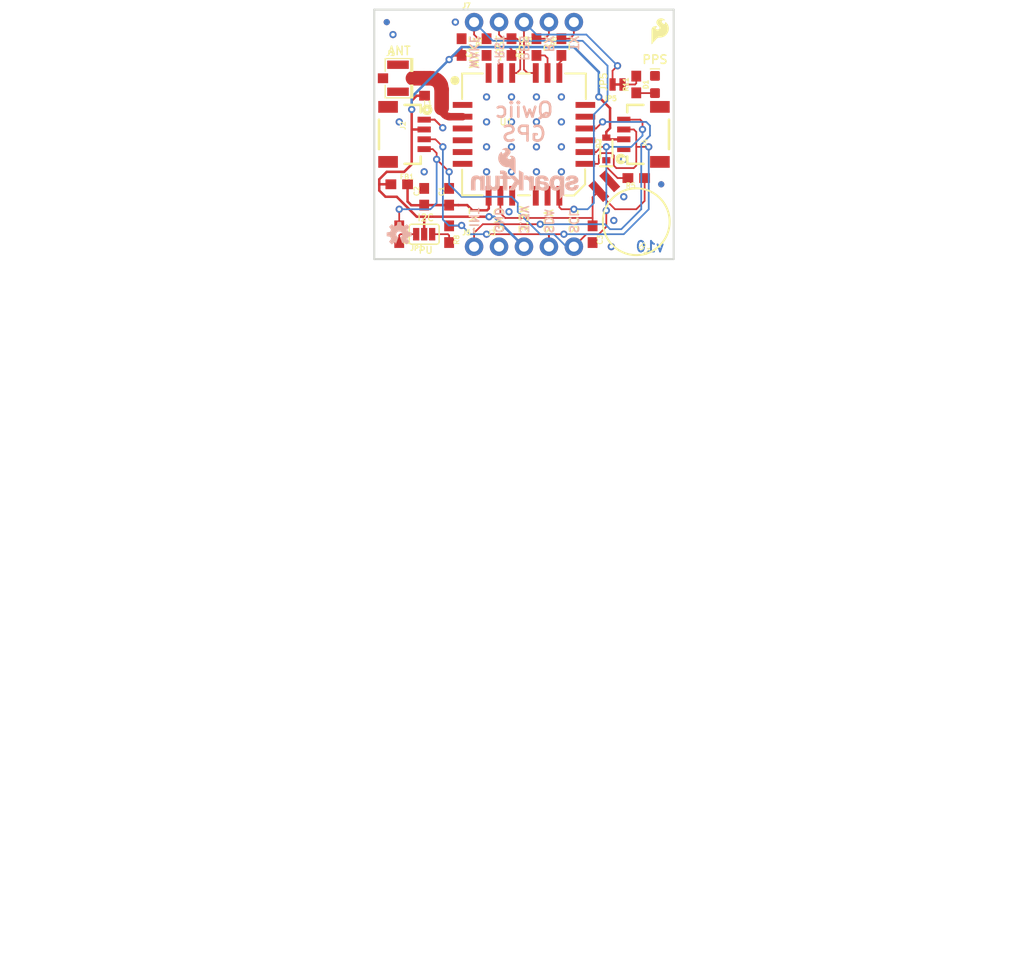
<source format=kicad_pcb>
(kicad_pcb (version 20211014) (generator pcbnew)
  (layers (0 "F.Cu" signal) (31 "B.Cu" signal) (34 "B.Paste" user) (35 "F.Paste" user) (36 "B.SilkS" user "B.Silkscreen") (37 "F.SilkS" user "F.Silkscreen") (38 "B.Mask" user) (39 "F.Mask" user) (44 "Edge.Cuts" user))
  (net 0 "")
  (net 1 "3.3V")
  (net 2 "GND")
  (net 3 "SCL")
  (net 4 "SDA")
  (net 5 "WAKE")
  (net 6 "~{RESET}")
  (net 7 "RXLV")
  (net 8 "TXLV")
  (net 9 "RX")
  (net 10 "TX")
  (net 11 "VCC_FILTERED")
  (net 12 "BACKUP")
  (net 13 "INT")
  (net 14 "PPS")
  (net 15 "N$5")
  (net 16 "N$8")
  (net 17 "N$2")
  (net 18 "EXT_ANT")
  (net 19 "N$4")
  (net 20 "N$6")
  (footprint "boardEagle:SMT-JUMPER_3_2-NC_PASTE_SILK" (layer "F.Cu") (at 138.3411 115.1636 180)
    (fp_text reference "JP1" (at 0 -1.143 180) (layer "F.SilkS") (effects (font (size 0.48768 0.48768) (thickness 0.12192)) (justify right top)))
    (fp_text value "")
    (pad "1" smd rect (at -0.8128 0 180) (size 0.635 1.27) (layers "F.Cu" "F.Mask") (net 15 "N$5"))
    (pad "2" smd rect (at 0 0 180) (size 0.635 1.27) (layers "F.Cu" "F.Mask") (net 1 "3.3V"))
    (pad "3" smd rect (at 0.8128 0 180) (size 0.635 1.27) (layers "F.Cu" "F.Mask") (net 16 "N$8"))
  )
  (footprint "boardEagle:0603" (layer "F.Cu") (at 159.9311 99.9236 90)
    (fp_text reference "R11" (at 0 -0.762 90) (layer "F.SilkS") (effects (font (size 0.48768 0.48768) (thickness 0.12192)) (justify bottom)))
    (fp_text value "470")
    (pad "1" smd rect (at -0.85 0 90) (size 1.1 1) (layers "F.Cu" "F.Paste" "F.Mask") (net 17 "N$2"))
    (pad "2" smd rect (at 0.85 0 90) (size 1.1 1) (layers "F.Cu" "F.Paste" "F.Mask") (net 19 "N$4"))
  )
  (footprint "boardEagle:MICRO-FIDUCIAL" (layer "F.Cu") (at 134.5311 93.5736)
    (fp_text reference "JP6" hide)
    (fp_text value "FIDUCIALUFIDUCIAL" hide)
    (pad "1" smd roundrect (at 0 0) (size 0.635 0.635) (layers "F.Cu" "F.Mask") (roundrect_rratio 0.5))
  )
  (footprint "boardEagle:0603" (layer "F.Cu") (at 139.2301 101.0666 180)
    (fp_text reference "L1" (at 0 -0.762) (layer "F.SilkS") (effects (font (size 0.512064 0.512064) (thickness 0.097536)) (justify right)))
    (fp_text value "33nH/±5%/500mA")
    (pad "1" smd rect (at -0.85 0 180) (size 1.1 1) (layers "F.Cu" "F.Paste" "F.Mask") (net 18 "EXT_ANT"))
    (pad "2" smd rect (at 0.85 0 180) (size 1.1 1) (layers "F.Cu" "F.Paste" "F.Mask") (net 1 "3.3V"))
  )
  (footprint "boardEagle:PRODUCTION_INSTRUCTIONS" (layer "F.Cu") (at 97.7011 139.2936)
    (fp_text reference "U$3" hide)
    (fp_text value "SPECIAL_INSTRUCTIONS-PRODUCTION" hide)
  )
  (footprint "boardEagle:SFE_LOGO_FLAME_.1" (layer "F.Cu") (at 161.2011 96.1136)
    (fp_text reference "U$2" hide)
    (fp_text value "" hide)
  )
  (footprint "boardEagle:U.FL" (layer "F.Cu") (at 135.6741 99.2886)
    (fp_text reference "J1" (at -1.27 -2.54) (layer "F.SilkS") (effects (font (size 0.512064 0.512064) (thickness 0.097536)) (justify left)))
    (fp_text value "U.FL")
    (pad "1" smd rect (at 0 -1.375) (size 2.2 0.85) (layers "F.Cu" "F.Paste" "F.Mask") (net 2 "GND"))
    (pad "2" smd rect (at 0 1.375) (size 2.2 0.85) (layers "F.Cu" "F.Paste" "F.Mask") (net 2 "GND"))
    (pad "FEED" smd rect (at 1.525 0) (size 1.05 1) (layers "F.Cu" "F.Paste" "F.Mask") (net 18 "EXT_ANT"))
    (pad "NC" smd rect (at -1.525 0) (size 1.05 1) (layers "F.Cu" "F.Paste" "F.Mask"))
  )
  (footprint "boardEagle:1X04_1MM_RA" (layer "F.Cu") (at 158.6611 105.0036 90)
    (fp_text reference "J4" (at -1.397 2.159 90) (layer "F.SilkS") (effects (font (size 0.512064 0.512064) (thickness 0.097536)) (justify left)))
    (fp_text value "Qwiic Right Angle" hide)
    (pad "1" smd rect (at -1.5 0 90) (size 0.6 1.35) (layers "F.Cu" "F.Paste" "F.Mask") (net 2 "GND"))
    (pad "2" smd rect (at -0.5 0 90) (size 0.6 1.35) (layers "F.Cu" "F.Paste" "F.Mask") (net 1 "3.3V"))
    (pad "3" smd rect (at 0.5 0 90) (size 0.6 1.35) (layers "F.Cu" "F.Paste" "F.Mask") (net 4 "SDA"))
    (pad "4" smd rect (at 1.5 0 90) (size 0.6 1.35) (layers "F.Cu" "F.Paste" "F.Mask") (net 3 "SCL"))
    (pad "NC1" smd rect (at 2.8 3.675 90) (size 1.2 2) (layers "F.Cu" "F.Paste" "F.Mask"))
    (pad "NC2" smd rect (at -2.8 3.675 90) (size 1.2 2) (layers "F.Cu" "F.Paste" "F.Mask"))
  )
  (footprint "boardEagle:0603" (layer "F.Cu") (at 152.3111 96.1136 90)
    (fp_text reference "R6" (at 0 -0.762 90) (layer "F.SilkS") (effects (font (size 0.512064 0.512064) (thickness 0.097536)) (justify left)))
    (fp_text value "470")
    (pad "1" smd rect (at -0.85 0 90) (size 1.1 1) (layers "F.Cu" "F.Paste" "F.Mask") (net 8 "TXLV"))
    (pad "2" smd rect (at 0.85 0 90) (size 1.1 1) (layers "F.Cu" "F.Paste" "F.Mask") (net 10 "TX"))
  )
  (footprint "boardEagle:LED-0603" (layer "F.Cu") (at 161.8361 99.9236 90)
    (fp_text reference "D1" (at 0 -0.635 90) (layer "F.SilkS") (effects (font (size 0.48768 0.48768) (thickness 0.12192)) (justify bottom)))
    (fp_text value "BLUE")
    (pad "A" smd roundrect (at -0.877 0) (size 1 1) (layers "F.Cu" "F.Paste" "F.Mask") (roundrect_rratio 0.15) (net 17 "N$2"))
    (pad "C" smd roundrect (at 0.877 0) (size 1 1) (layers "F.Cu" "F.Paste" "F.Mask") (roundrect_rratio 0.15) (net 2 "GND"))
  )
  (footprint "boardEagle:0603" (layer "F.Cu") (at 144.6911 96.1136 90)
    (fp_text reference "R1" (at 0 -0.762 90) (layer "F.SilkS") (effects (font (size 0.512064 0.512064) (thickness 0.097536)) (justify left)))
    (fp_text value "10k")
    (pad "1" smd rect (at -0.85 0 90) (size 1.1 1) (layers "F.Cu" "F.Paste" "F.Mask") (net 2 "GND"))
    (pad "2" smd rect (at 0.85 0 90) (size 1.1 1) (layers "F.Cu" "F.Paste" "F.Mask") (net 5 "WAKE"))
  )
  (footprint "boardEagle:0603" (layer "F.Cu") (at 155.4861 115.1636 -90)
    (fp_text reference "C3" (at 0 -0.762 90) (layer "F.SilkS") (effects (font (size 0.512064 0.512064) (thickness 0.097536)) (justify right)))
    (fp_text value "1.0uF")
    (pad "1" smd rect (at -0.85 0 270) (size 1.1 1) (layers "F.Cu" "F.Paste" "F.Mask") (net 12 "BACKUP"))
    (pad "2" smd rect (at 0.85 0 270) (size 1.1 1) (layers "F.Cu" "F.Paste" "F.Mask") (net 2 "GND"))
  )
  (footprint "boardEagle:0603" (layer "F.Cu") (at 138.3411 111.3536 90)
    (fp_text reference "C2" (at 0 -0.762 90) (layer "F.SilkS") (effects (font (size 0.512064 0.512064) (thickness 0.097536)) (justify left)))
    (fp_text value "1.0uF")
    (pad "1" smd rect (at -0.85 0 90) (size 1.1 1) (layers "F.Cu" "F.Paste" "F.Mask") (net 11 "VCC_FILTERED"))
    (pad "2" smd rect (at 0.85 0 90) (size 1.1 1) (layers "F.Cu" "F.Paste" "F.Mask") (net 2 "GND"))
  )
  (footprint "boardEagle:REVISION" (layer "F.Cu") (at 126.9111 138.0236)
    (fp_text reference "LOGO3" hide)
    (fp_text value "REVISION" hide)
  )
  (footprint "boardEagle:0603" (layer "F.Cu") (at 140.8811 115.1636 -90)
    (fp_text reference "R8" (at 0 -0.762 90) (layer "F.SilkS") (effects (font (size 0.512064 0.512064) (thickness 0.097536)) (justify right)))
    (fp_text value "4.7k")
    (pad "1" smd rect (at -0.85 0 270) (size 1.1 1) (layers "F.Cu" "F.Paste" "F.Mask") (net 4 "SDA"))
    (pad "2" smd rect (at 0.85 0 270) (size 1.1 1) (layers "F.Cu" "F.Paste" "F.Mask") (net 15 "N$5"))
  )
  (footprint "boardEagle:0603" (layer "F.Cu") (at 147.2311 96.1136 -90)
    (fp_text reference "R2" (at 0 -0.762 90) (layer "F.SilkS") (effects (font (size 0.512064 0.512064) (thickness 0.097536)) (justify right)))
    (fp_text value "10k")
    (pad "1" smd rect (at -0.85 0 270) (size 1.1 1) (layers "F.Cu" "F.Paste" "F.Mask") (net 6 "~{RESET}"))
    (pad "2" smd rect (at 0.85 0 270) (size 1.1 1) (layers "F.Cu" "F.Paste" "F.Mask") (net 1 "3.3V"))
  )
  (footprint "boardEagle:CREATIVE_COMMONS" (layer "F.Cu") (at 115.4811 135.4836)
    (fp_text reference "FRAME1" hide)
    (fp_text value "FRAME-LETTER" hide)
  )
  (footprint "boardEagle:BATTCON-6.8MM" (layer "F.Cu") (at 159.9311 113.8936 132)
    (fp_text reference "B1" (at -1.905001 -1.270006 -42) (layer "F.SilkS") (effects (font (size 0.688848 0.688848) (thickness 0.073152)) (justify left)))
    (fp_text value "6.8MM_COIN_CELL")
    (pad "+" smd rect (at 4.87 -0.75 312) (size 2.25 0.85) (layers "F.Cu" "F.Paste" "F.Mask") (net 12 "BACKUP"))
    (pad "-" smd rect (at 4.87 0.75 312) (size 2.25 0.85) (layers "F.Cu" "F.Paste" "F.Mask") (net 2 "GND"))
  )
  (footprint "boardEagle:TITAN_X1_GPS" (layer "F.Cu") (at 148.5011 105.0036)
    (fp_text reference "U1" (at -2.54 -1.27) (layer "F.SilkS") (effects (font (size 0.664845 0.664845) (thickness 0.097155)) (justify left)))
    (fp_text value "Titan X1 GPS")
    (pad "1" smd rect (at -6.25 -3) (size 2 0.6) (layers "F.Cu" "F.Paste" "F.Mask") (net 2 "GND"))
    (pad "2" smd rect (at -6.25 -1.8) (size 2 0.6) (layers "F.Cu" "F.Paste" "F.Mask") (net 18 "EXT_ANT"))
    (pad "3" smd rect (at -6.25 -0.6) (size 2 0.6) (layers "F.Cu" "F.Paste" "F.Mask") (net 2 "GND"))
    (pad "4" smd rect (at -6.25 0.6) (size 2 0.6) (layers "F.Cu" "F.Paste" "F.Mask") (net 2 "GND"))
    (pad "5" smd rect (at -6.25 1.8) (size 2 0.6) (layers "F.Cu" "F.Paste" "F.Mask") (net 2 "GND"))
    (pad "6" smd rect (at -6.25 3) (size 2 0.6) (layers "F.Cu" "F.Paste" "F.Mask") (net 2 "GND"))
    (pad "7" smd rect (at -3.6 6.25 90) (size 2 0.6) (layers "F.Cu" "F.Paste" "F.Mask") (net 11 "VCC_FILTERED"))
    (pad "8" smd rect (at -2.4 6.25 90) (size 2 0.6) (layers "F.Cu" "F.Paste" "F.Mask") (net 12 "BACKUP"))
    (pad "9" smd rect (at -1.2 6.25 90) (size 2 0.6) (layers "F.Cu" "F.Paste" "F.Mask") (net 2 "GND"))
    (pad "10" smd rect (at 1.2 6.25 90) (size 2 0.6) (layers "F.Cu" "F.Paste" "F.Mask") (net 2 "GND"))
    (pad "11" smd rect (at 2.4 6.25 90) (size 2 0.6) (layers "F.Cu" "F.Paste" "F.Mask") (net 2 "GND"))
    (pad "12" smd rect (at 3.6 6.25 90) (size 2 0.6) (layers "F.Cu" "F.Paste" "F.Mask") (net 5 "WAKE"))
    (pad "13" smd rect (at 6.25 3) (size 2 0.6) (layers "F.Cu" "F.Paste" "F.Mask") (net 4 "SDA"))
    (pad "14" smd rect (at 6.25 1.8) (size 2 0.6) (layers "F.Cu" "F.Paste" "F.Mask") (net 3 "SCL"))
    (pad "15" smd rect (at 6.25 0.6) (size 2 0.6) (layers "F.Cu" "F.Paste" "F.Mask"))
    (pad "16" smd rect (at 6.25 -0.6) (size 2 0.6) (layers "F.Cu" "F.Paste" "F.Mask") (net 13 "INT"))
    (pad "17" smd rect (at 6.25 -1.8) (size 2 0.6) (layers "F.Cu" "F.Paste" "F.Mask"))
    (pad "18" smd rect (at 6.25 -3) (size 2 0.6) (layers "F.Cu" "F.Paste" "F.Mask"))
    (pad "19" smd rect (at 3.6 -6.25 270) (size 2 0.6) (layers "F.Cu" "F.Paste" "F.Mask") (net 8 "TXLV"))
    (pad "20" smd rect (at 2.4 -6.25 270) (size 2 0.6) (layers "F.Cu" "F.Paste" "F.Mask") (net 7 "RXLV"))
    (pad "21" smd rect (at 1.2 -6.25 270) (size 2 0.6) (layers "F.Cu" "F.Paste" "F.Mask") (net 14 "PPS"))
    (pad "22" smd rect (at -1.2 -6.25 270) (size 2 0.6) (layers "F.Cu" "F.Paste" "F.Mask") (net 6 "~{RESET}"))
    (pad "23" smd rect (at -2.4 -6.25 270) (size 2 0.6) (layers "F.Cu" "F.Paste" "F.Mask"))
    (pad "24" smd rect (at -3.6 -6.25 270) (size 2 0.6) (layers "F.Cu" "F.Paste" "F.Mask") (net 2 "GND"))
  )
  (footprint "boardEagle:SMT-JUMPER_2_NC_TRACE_NO-SILK" (layer "F.Cu") (at 158.0261 99.9236 180)
    (fp_text reference "JP5" (at 0 -1.143 180) (layer "F.SilkS") (effects (font (size 0.48768 0.48768) (thickness 0.12192)) (justify right top)))
    (fp_text value "")
    (fp_line (start -0.508 0) (end 0.508 0) (layer "F.Cu") (width 0.254))
    (pad "1" smd rect (at -0.508 0 180) (size 0.635 1.27) (layers "F.Cu" "F.Mask") (net 19 "N$4"))
    (pad "2" smd rect (at 0.508 0 180) (size 0.635 1.27) (layers "F.Cu" "F.Mask") (net 14 "PPS"))
  )
  (footprint "boardEagle:0603" (layer "F.Cu") (at 149.7711 96.1136 90)
    (fp_text reference "R3" (at 0 -0.762 90) (layer "F.SilkS") (effects (font (size 0.512064 0.512064) (thickness 0.097536)) (justify left)))
    (fp_text value "470")
    (pad "1" smd rect (at -0.85 0 90) (size 1.1 1) (layers "F.Cu" "F.Paste" "F.Mask") (net 7 "RXLV"))
    (pad "2" smd rect (at 0.85 0 90) (size 1.1 1) (layers "F.Cu" "F.Paste" "F.Mask") (net 9 "RX"))
  )
  (footprint "boardEagle:1X01_NO_SILK" (layer "F.Cu") (at 143.4211 116.4336)
    (fp_text reference "J5" (at -1.27 -1.143) (layer "F.SilkS") (effects (font (size 0.48768 0.48768) (thickness 0.12192)) (justify left bottom)))
    (fp_text value "")
    (pad "1" thru_hole circle (at 0 0 90) (size 1.8796 1.8796) (drill 1.016) (layers *.Cu *.Mask) (net 13 "INT"))
  )
  (footprint "boardEagle:STAND-OFF" (layer "F.Cu") (at 158.6611 94.8436)
    (fp_text reference "JP4" hide)
    (fp_text value "STAND-OFF" hide)
    (pad "" np_thru_hole circle (at 0 0) (size 3.302 3.302) (drill 3.302) (layers *.Cu *.Mask))
  )
  (footprint "boardEagle:0603" (layer "F.Cu") (at 159.9311 109.4486 180)
    (fp_text reference "R5" (at 0 -0.762) (layer "F.SilkS") (effects (font (size 0.512064 0.512064) (thickness 0.097536)) (justify right)))
    (fp_text value "1k")
    (pad "1" smd rect (at -0.85 0 180) (size 1.1 1) (layers "F.Cu" "F.Paste" "F.Mask") (net 12 "BACKUP"))
    (pad "2" smd rect (at 0.85 0 180) (size 1.1 1) (layers "F.Cu" "F.Paste" "F.Mask") (net 20 "N$6"))
  )
  (footprint "boardEagle:1X04_NO_SILK" (layer "F.Cu") (at 145.9611 116.4336)
    (fp_text reference "J3" (at -1.27 -1.397) (layer "F.SilkS") (effects (font (size 0.512064 0.512064) (thickness 0.097536)) (justify left)))
    (fp_text value "PTH" hide)
    (pad "1" thru_hole circle (at 0 0 90) (size 1.8796 1.8796) (drill 1.016) (layers *.Cu *.Mask) (net 2 "GND"))
    (pad "2" thru_hole circle (at 2.54 0 90) (size 1.8796 1.8796) (drill 1.016) (layers *.Cu *.Mask) (net 1 "3.3V"))
    (pad "3" thru_hole circle (at 5.08 0 90) (size 1.8796 1.8796) (drill 1.016) (layers *.Cu *.Mask) (net 4 "SDA"))
    (pad "4" thru_hole circle (at 7.62 0 90) (size 1.8796 1.8796) (drill 1.016) (layers *.Cu *.Mask) (net 3 "SCL"))
  )
  (footprint "boardEagle:0603" (layer "F.Cu") (at 140.8811 111.3536 90)
    (fp_text reference "C1" (at 0 -0.762 90) (layer "F.SilkS") (effects (font (size 0.512064 0.512064) (thickness 0.097536)) (justify left)))
    (fp_text value "0.1uF")
    (pad "1" smd rect (at -0.85 0 90) (size 1.1 1) (layers "F.Cu" "F.Paste" "F.Mask") (net 11 "VCC_FILTERED"))
    (pad "2" smd rect (at 0.85 0 90) (size 1.1 1) (layers "F.Cu" "F.Paste" "F.Mask") (net 2 "GND"))
  )
  (footprint "boardEagle:0603" (layer "F.Cu") (at 135.8011 110.0836)
    (fp_text reference "FB1" (at 0 -0.762) (layer "F.SilkS") (effects (font (size 0.512064 0.512064) (thickness 0.097536)) (justify left)))
    (fp_text value "600Ohm/100MHz")
    (pad "1" smd rect (at -0.85 0) (size 1.1 1) (layers "F.Cu" "F.Paste" "F.Mask") (net 1 "3.3V"))
    (pad "2" smd rect (at 0.85 0) (size 1.1 1) (layers "F.Cu" "F.Paste" "F.Mask") (net 11 "VCC_FILTERED"))
  )
  (footprint "boardEagle:1X05_NO_SILK" (layer "F.Cu") (at 143.4211 93.5736)
    (fp_text reference "J7" (at -1.27 -1.397) (layer "F.SilkS") (effects (font (size 0.48768 0.48768) (thickness 0.12192)) (justify left bottom)))
    (fp_text value "")
    (pad "1" thru_hole circle (at 0 0 90) (size 1.8796 1.8796) (drill 1.016) (layers *.Cu *.Mask) (net 5 "WAKE"))
    (pad "2" thru_hole circle (at 2.54 0 90) (size 1.8796 1.8796) (drill 1.016) (layers *.Cu *.Mask) (net 6 "~{RESET}"))
    (pad "3" thru_hole circle (at 5.08 0 90) (size 1.8796 1.8796) (drill 1.016) (layers *.Cu *.Mask) (net 14 "PPS"))
    (pad "4" thru_hole circle (at 7.62 0 90) (size 1.8796 1.8796) (drill 1.016) (layers *.Cu *.Mask) (net 9 "RX"))
    (pad "5" thru_hole circle (at 10.16 0 90) (size 1.8796 1.8796) (drill 1.016) (layers *.Cu *.Mask) (net 10 "TX"))
  )
  (footprint "boardEagle:1X04_1MM_RA" (layer "F.Cu") (at 138.3411 105.0036 -90)
    (fp_text reference "J2" (at -1.397 2.159 90) (layer "F.SilkS") (effects (font (size 0.512064 0.512064) (thickness 0.097536)) (justify right)))
    (fp_text value "Qwiic Right Angle" hide)
    (pad "1" smd rect (at -1.5 0 270) (size 0.6 1.35) (layers "F.Cu" "F.Paste" "F.Mask") (net 2 "GND"))
    (pad "2" smd rect (at -0.5 0 270) (size 0.6 1.35) (layers "F.Cu" "F.Paste" "F.Mask") (net 1 "3.3V"))
    (pad "3" smd rect (at 0.5 0 270) (size 0.6 1.35) (layers "F.Cu" "F.Paste" "F.Mask") (net 4 "SDA"))
    (pad "4" smd rect (at 1.5 0 270) (size 0.6 1.35) (layers "F.Cu" "F.Paste" "F.Mask") (net 3 "SCL"))
    (pad "NC1" smd rect (at 2.8 3.675 270) (size 1.2 2) (layers "F.Cu" "F.Paste" "F.Mask"))
    (pad "NC2" smd rect (at -2.8 3.675 270) (size 1.2 2) (layers "F.Cu" "F.Paste" "F.Mask"))
  )
  (footprint "boardEagle:STAND-OFF" (layer "F.Cu") (at 138.3411 94.8436)
    (fp_text reference "JP3" hide)
    (fp_text value "STAND-OFF" hide)
    (pad "" np_thru_hole circle (at 0 0) (size 3.302 3.302) (drill 3.302) (layers *.Cu *.Mask))
  )
  (footprint "boardEagle:0603" (layer "F.Cu") (at 142.1511 96.1136 -90)
    (fp_text reference "C4" (at 0 -0.762 90) (layer "F.SilkS") (effects (font (size 0.512064 0.512064) (thickness 0.097536)) (justify right)))
    (fp_text value "1.0uF")
    (pad "1" smd rect (at -0.85 0 270) (size 1.1 1) (layers "F.Cu" "F.Paste" "F.Mask") (net 2 "GND"))
    (pad "2" smd rect (at 0.85 0 270) (size 1.1 1) (layers "F.Cu" "F.Paste" "F.Mask") (net 1 "3.3V"))
  )
  (footprint "boardEagle:0603" (layer "F.Cu") (at 135.8011 115.1636 -90)
    (fp_text reference "R7" (at 0 -0.762 90) (layer "F.SilkS") (effects (font (size 0.512064 0.512064) (thickness 0.097536)) (justify right)))
    (fp_text value "4.7k")
    (pad "1" smd rect (at -0.85 0 270) (size 1.1 1) (layers "F.Cu" "F.Paste" "F.Mask") (net 3 "SCL"))
    (pad "2" smd rect (at 0.85 0 270) (size 1.1 1) (layers "F.Cu" "F.Paste" "F.Mask") (net 16 "N$8"))
  )
  (footprint "boardEagle:MICRO-FIDUCIAL" (layer "F.Cu") (at 162.4711 110.0836)
    (fp_text reference "JP2" hide)
    (fp_text value "FIDUCIALUFIDUCIAL" hide)
    (pad "1" smd roundrect (at 0 0) (size 0.635 0.635) (layers "F.Cu" "F.Mask") (roundrect_rratio 0.5))
  )
  (footprint "boardEagle:SOD-323" (layer "F.Cu") (at 156.8831 106.48315 90)
    (fp_text reference "D2" (at 0 -0.762 90) (layer "F.SilkS") (effects (font (size 0.512064 0.512064) (thickness 0.097536)) (justify left)))
    (fp_text value "0.5A/40V/420mV")
    (pad "A" smd rect (at 1.15 0 90) (size 0.63 0.83) (layers "F.Cu" "F.Paste" "F.Mask") (net 1 "3.3V"))
    (pad "C" smd rect (at -1.15 0 90) (size 0.63 0.83) (layers "F.Cu" "F.Paste" "F.Mask") (net 20 "N$6"))
  )
  (footprint "boardEagle:SFE_LOGO_NAME_FLAME_.1" (layer "B.Cu") (at 154.4701 111.6076 180)
    (fp_text reference "LOGO2" hide)
    (fp_text value "SFE_LOGO_NAME_FLAME.1_INCH" hide)
  )
  (footprint "boardEagle:MICRO-FIDUCIAL" (layer "B.Cu") (at 162.4711 110.0836 180)
    (fp_text reference "JP7" hide)
    (fp_text value "FIDUCIALUFIDUCIAL" hide)
    (pad "1" smd roundrect (at 0 0 180) (size 0.635 0.635) (layers "B.Cu" "B.Mask") (roundrect_rratio 0.5))
  )
  (footprint "boardEagle:MICRO-FIDUCIAL" (layer "B.Cu") (at 134.5311 93.5736 180)
    (fp_text reference "JP8" hide)
    (fp_text value "FIDUCIALUFIDUCIAL" hide)
    (pad "1" smd roundrect (at 0 0 180) (size 0.635 0.635) (layers "B.Cu" "B.Mask") (roundrect_rratio 0.5))
  )
  (footprint "boardEagle:OSHW-LOGO-MINI" (layer "B.Cu") (at 135.8011 115.1636 180)
    (fp_text reference "LOGO1" hide)
    (fp_text value "OSHW-LOGOMINI" hide)
  )
  (gr_line (start 133.2611 117.7036) (end 133.2611 92.3036) (layer "Edge.Cuts") (width 0.2032))
  (gr_line (start 133.2611 92.3036) (end 163.7411 92.3036) (layer "Edge.Cuts") (width 0.2032))
  (gr_line (start 163.7411 92.3036) (end 163.7411 117.7036) (layer "Edge.Cuts") (width 0.2032))
  (gr_line (start 163.7411 117.7036) (end 133.2611 117.7036) (layer "Edge.Cuts") (width 0.2032))
  (gr_text "v10" (at 161.3281 116.4336) (layer "B.Cu") (effects (font (size 1.0795 1.0795) (thickness 0.1905)) (justify mirror)))
  (gr_text "SDA" (at 151.0411 115.1636 -90) (layer "B.SilkS") (effects (font (size 0.8636 0.8636) (thickness 0.1524)) (justify left mirror)))
  (gr_text "RX" (at 151.0411 94.8436 -90) (layer "B.SilkS") (effects (font (size 0.8636 0.8636) (thickness 0.1524)) (justify right mirror)))
  (gr_text "PPS" (at 148.5011 94.8436 -90) (layer "B.SilkS") (effects (font (size 0.8636 0.8636) (thickness 0.1524)) (justify right mirror)))
  (gr_text "~RST" (at 145.9611 94.8436 -90) (layer "B.SilkS") (effects (font (size 0.8636 0.8636) (thickness 0.1524)) (justify right mirror)))
  (gr_text "GND" (at 145.9611 115.1636 -90) (layer "B.SilkS") (effects (font (size 0.8636 0.8636) (thickness 0.1524)) (justify left mirror)))
  (gr_text "Qwiic\nGPS" (at 148.5011 103.7336) (layer "B.SilkS") (effects (font (size 1.5113 1.5113) (thickness 0.2667)) (justify mirror)))
  (gr_text "3.3V" (at 148.5011 115.1636 -90) (layer "B.SilkS") (effects (font (size 0.8636 0.8636) (thickness 0.1524)) (justify left mirror)))
  (gr_text "WAKE" (at 143.4211 94.8436 -90) (layer "B.SilkS") (effects (font (size 0.8636 0.8636) (thickness 0.1524)) (justify right mirror)))
  (gr_text "TX" (at 153.5811 94.8436 -90) (layer "B.SilkS") (effects (font (size 0.8636 0.8636) (thickness 0.1524)) (justify right mirror)))
  (gr_text "~INT" (at 143.4211 115.1636 -90) (layer "B.SilkS") (effects (font (size 0.8636 0.8636) (thickness 0.1524)) (justify left mirror)))
  (gr_text "SCL" (at 153.5811 115.1636 -90) (layer "B.SilkS") (effects (font (size 0.8636 0.8636) (thickness 0.1524)) (justify left mirror)))
  (gr_text "3.3V" (at 148.5011 115.1636 90) (layer "F.SilkS") (effects (font (size 0.8636 0.8636) (thickness 0.1524)) (justify left)))
  (gr_text "~RST" (at 146.0881 94.8436 90) (layer "F.SilkS") (effects (font (size 0.75565 0.75565) (thickness 0.13335)) (justify right)))
  (gr_text "GND" (at 145.9611 115.1636 90) (layer "F.SilkS") (effects (font (size 0.8636 0.8636) (thickness 0.1524)) (justify left)))
  (gr_text "SDA" (at 151.0411 115.1636 90) (layer "F.SilkS") (effects (font (size 0.8636 0.8636) (thickness 0.1524)) (justify left)))
  (gr_text "ANT" (at 135.8011 96.4946) (layer "F.SilkS") (effects (font (size 0.8636 0.8636) (thickness 0.1524))))
  (gr_text "WAKE" (at 143.4211 94.8436 90) (layer "F.SilkS") (effects (font (size 0.8636 0.8636) (thickness 0.1524)) (justify right)))
  (gr_text "I2C" (at 137.5791 113.8936) (layer "F.SilkS") (effects (font (size 0.69088 0.69088) (thickness 0.12192)) (justify left bottom)))
  (gr_text "PU" (at 137.7061 117.1956) (layer "F.SilkS") (effects (font (size 0.69088 0.69088) (thickness 0.12192)) (justify left bottom)))
  (gr_text "~INT" (at 143.4211 115.1636 90) (layer "F.SilkS") (effects (font (size 0.8636 0.8636) (thickness 0.1524)) (justify left)))
  (gr_text "SCL" (at 153.5811 115.1636 90) (layer "F.SilkS") (effects (font (size 0.8636 0.8636) (thickness 0.1524)) (justify left)))
  (gr_text "JP5" (at 156.1973 98.6409 90) (layer "F.SilkS") (effects (font (size 0.69088 0.69088) (thickness 0.12192)) (justify right top)))
  (gr_text "PPS" (at 161.8361 97.3836) (layer "F.SilkS") (effects (font (size 0.8636 0.8636) (thickness 0.1524))))
  (gr_text "PPS" (at 148.5011 94.8436 90) (layer "F.SilkS") (effects (font (size 0.8636 0.8636) (thickness 0.1524)) (justify right)))
  (gr_text "TX" (at 153.5811 94.8436 90) (layer "F.SilkS") (effects (font (size 0.8636 0.8636) (thickness 0.1524)) (justify right)))
  (gr_text "RX" (at 151.0411 94.8436 90) (layer "F.SilkS") (effects (font (size 0.8636 0.8636) (thickness 0.1524)) (justify right)))
  (segment (start 138.3411 115.1636) (end 138.3411 113.3856) (width 0.254) (layer "F.Cu") (net 1))
  (segment (start 136.3091 108.8136) (end 137.0711 108.0516) (width 0.254) (layer "F.Cu") (net 1))
  (segment (start 142.1511 96.9636) (end 141.3011 96.9636) (width 0.254) (layer "F.Cu") (net 1))
  (segment (start 138.3411 104.5036) (end 137.0791 104.5036) (width 0.254) (layer "F.Cu") (net 1))
  (segment (start 134.9511 110.0836) (end 133.7691 110.0836) (width 0.254) (layer "F.Cu") (net 1))
  (segment (start 156.8831 105.33315) (end 156.8831 104.7496) (width 0.254) (layer "F.Cu") (net 1))
  (segment (start 141.3011 96.9636) (end 140.8811 97.3836) (width 0.254) (layer "F.Cu") (net 1))
  (segment (start 134.5311 108.8136) (end 136.3091 108.8136) (width 0.254) (layer "F.Cu") (net 1))
  (segment (start 135.5471 111.3536) (end 134.4041 111.3536) (width 0.254) (layer "F.Cu") (net 1))
  (segment (start 157.2641 104.3686) (end 157.2641 102.3366) (width 0.254) (layer "F.Cu") (net 1))
  (segment (start 156.8831 105.5116) (end 158.6531 105.5116) (width 0.254) (layer "F.Cu") (net 1))
  (segment (start 146.9771 96.1136) (end 142.2781 96.1136) (width 0.1778) (layer "F.Cu") (net 1))
  (segment (start 137.0711 104.4956) (end 137.0711 102.4636) (width 0.254) (layer "F.Cu") (net 1))
  (segment (start 137.0711 101.5746) (end 137.0711 102.4636) (width 0.254) (layer "F.Cu") (net 1))
  (segment (start 137.0791 104.5036) (end 137.0711 104.4956) (width 0.254) (layer "F.Cu") (net 1))
  (segment (start 133.7691 109.5756) (end 134.5311 108.8136) (width 0.254) (layer "F.Cu") (net 1))
  (segment (start 138.3801 101.0666) (end 137.5791 101.0666) (width 0.254) (layer "F.Cu") (net 1))
  (segment (start 133.7691 110.0836) (end 133.7691 109.5756) (width 0.254) (layer "F.Cu") (net 1))
  (segment (start 156.8831 104.7496) (end 157.2641 104.3686) (width 0.254) (layer "F.Cu") (net 1))
  (segment (start 134.4041 111.3536) (end 133.7691 110.7186) (width 0.254) (layer "F.Cu") (net 1))
  (segment (start 144.9451 113.3856) (end 138.3411 113.3856) (width 0.254) (layer "F.Cu") (net 1))
  (segment (start 142.2781 96.1136) (end 142.1511 96.2406) (width 0.1778) (layer "F.Cu") (net 1))
  (segment (start 147.2311 96.3676) (end 147.2311 96.9636) (width 0.1778) (layer "F.Cu") (net 1))
  (segment (start 135.5471 111.3536) (end 137.5791 113.3856) (width 0.254) (layer "F.Cu") (net 1))
  (segment (start 156.8831 105.33315) (end 156.8831 105.5116) (width 0.254) (layer "F.Cu") (net 1))
  (segment (start 157.2641 102.3366) (end 156.1211 101.1936) (width 0.254) (layer "F.Cu") (net 1))
  (segment (start 138.3411 113.3856) (end 137.5791 113.3856) (width 0.254) (layer "F.Cu") (net 1))
  (segment (start 142.1511 96.2406) (end 142.1511 96.9636) (width 0.1778) (layer "F.Cu") (net 1))
  (segment (start 133.7691 110.7186) (end 133.7691 110.0836) (width 0.254) (layer "F.Cu") (net 1))
  (segment (start 146.9771 96.1136) (end 147.2311 96.3676) (width 0.1778) (layer "F.Cu") (net 1))
  (segment (start 137.0711 108.0516) (end 137.0711 104.4956) (width 0.254) (layer "F.Cu") (net 1))
  (segment (start 137.5791 101.0666) (end 137.0711 101.5746) (width 0.254) (layer "F.Cu") (net 1))
  (segment (start 158.6531 105.5116) (end 158.6611 105.5036) (width 0.254) (layer "F.Cu") (net 1))
  (via (at 144.9451 113.3856) (size 0.7366) (drill 0.381) (layers "F.Cu" "B.Cu") (net 1))
  (via (at 137.0711 102.4636) (size 0.7366) (drill 0.381) (layers "F.Cu" "B.Cu") (net 1))
  (via (at 140.8811 97.3836) (size 0.7366) (drill 0.381) (layers "F.Cu" "B.Cu") (net 1))
  (via (at 156.1211 101.1936) (size 0.7366) (drill 0.381) (layers "F.Cu" "B.Cu") (net 1))
  (segment (start 156.1211 98.6536) (end 153.5811 96.1136) (width 0.254) (layer "B.Cu") (net 1))
  (segment (start 153.5811 96.1136) (end 142.1511 96.1136) (width 0.254) (layer "B.Cu") (net 1))
  (segment (start 140.8811 97.3836) (end 137.0711 101.1936) (width 0.254) (layer "B.Cu") (net 1))
  (segment (start 156.1211 101.1936) (end 156.1211 98.6536) (width 0.254) (layer "B.Cu") (net 1))
  (segment (start 137.0711 102.4636) (end 137.0711 101.1936) (width 0.254) (layer "B.Cu") (net 1))
  (segment (start 142.1511 96.1136) (end 140.8811 97.3836) (width 0.254) (layer "B.Cu") (net 1))
  (segment (start 144.9451 113.3856) (end 145.4531 113.3856) (width 0.254) (layer "B.Cu") (net 1))
  (segment (start 145.4531 113.3856) (end 148.5011 116.4336) (width 0.254) (layer "B.Cu") (net 1))
  (segment (start 138.3411 103.5036) (end 138.8731 103.5036) (width 0.254) (layer "F.Cu") (net 2))
  (segment (start 139.4065 103.5036) (end 140.2334 104.3305) (width 0.2032) (layer "F.Cu") (net 2))
  (segment (start 138.8731 103.5036) (end 139.4065 103.5036) (width 0.2032) (layer "F.Cu") (net 2))
  (via (at 144.6911 108.8136) (size 0.7366) (drill 0.381) (layers "F.Cu" "B.Cu") (net 2))
  (via (at 144.6911 106.2736) (size 0.7366) (drill 0.381) (layers "F.Cu" "B.Cu") (net 2))
  (via (at 149.7711 106.2736) (size 0.7366) (drill 0.381) (layers "F.Cu" "B.Cu") (net 2))
  (via (at 141.5161 93.5736) (size 0.7366) (drill 0.381) (layers "F.Cu" "B.Cu") (net 2))
  (via (at 149.7711 103.7336) (size 0.7366) (drill 0.381) (layers "F.Cu" "B.Cu") (net 2))
  (via (at 147.2311 103.7336) (size 0.7366) (drill 0.381) (layers "F.Cu" "B.Cu") (net 2))
  (via (at 149.7711 101.1936) (size 0.7366) (drill 0.381) (layers "F.Cu" "B.Cu") (net 2))
  (via (at 146.9771 112.8776) (size 0.7366) (drill 0.381) (layers "F.Cu" "B.Cu") (net 2))
  (via (at 144.6911 101.1936) (size 0.7366) (drill 0.381) (layers "F.Cu" "B.Cu") (net 2))
  (via (at 138.3411 108.8136) (size 0.7366) (drill 0.381) (layers "F.Cu" "B.Cu") (net 2))
  (via (at 135.1661 94.8436) (size 0.7366) (drill 0.381) (layers "F.Cu" "B.Cu") (net 2))
  (via (at 152.3111 101.1936) (size 0.7366) (drill 0.381) (layers "F.Cu" "B.Cu") (net 2))
  (via (at 149.7711 108.8136) (size 0.7366) (drill 0.381) (layers "F.Cu" "B.Cu") (net 2))
  (via (at 152.3111 103.7336) (size 0.7366) (drill 0.381) (layers "F.Cu" "B.Cu") (net 2))
  (via (at 140.2334 104.3305) (size 0.7366) (drill 0.381) (layers "F.Cu" "B.Cu") (net 2))
  (via (at 147.2311 108.8136) (size 0.7366) (drill 0.381) (layers "F.Cu" "B.Cu") (net 2))
  (via (at 147.2311 106.2736) (size 0.7366) (drill 0.381) (layers "F.Cu" "B.Cu") (net 2))
  (via (at 158.6611 107.5436) (size 0.7366) (drill 0.381) (layers "F.Cu" "B.Cu") (net 2))
  (via (at 158.6611 111.3536) (size 0.7366) (drill 0.381) (layers "F.Cu" "B.Cu") (net 2))
  (via (at 152.3111 108.8136) (size 0.7366) (drill 0.381) (layers "F.Cu" "B.Cu") (net 2))
  (via (at 135.8011 103.7336) (size 0.7366) (drill 0.381) (layers "F.Cu" "B.Cu") (net 2))
  (via (at 147.2311 101.1936) (size 0.7366) (drill 0.381) (layers "F.Cu" "B.Cu") (net 2))
  (via (at 157.3911 116.4336) (size 0.7366) (drill 0.381) (layers "F.Cu" "B.Cu") (net 2))
  (via (at 144.6911 103.7336) (size 0.7366) (drill 0.381) (layers "F.Cu" "B.Cu") (net 2))
  (via (at 152.3111 106.2736) (size 0.7366) (drill 0.381) (layers "F.Cu" "B.Cu") (net 2))
  (via (at 157.6451 113.7666) (size 0.7366) (drill 0.381) (layers "F.Cu" "B.Cu") (net 2))
  (segment (start 156.3751 106.2736) (end 156.8831 106.2736) (width 0.1778) (layer "F.Cu") (net 3))
  (segment (start 139.6111 106.9086) (end 139.6111 107.5436) (width 0.1778) (layer "F.Cu") (net 3))
  (segment (start 139.2061 106.5036) (end 139.6111 106.9086) (width 0.1778) (layer "F.Cu") (net 3))
  (segment (start 156.8831 112.7506) (end 156.8831 114.4016) (width 0.1778) (layer "F.Cu") (net 3))
  (segment (start 135.8011 114.3136) (end 135.8011 112.6236) (width 0.1778) (layer "F.Cu") (net 3))
  (segment (start 158.6611 103.5036) (end 160.3361 103.5036) (width 0.1778) (layer "F.Cu") (net 3))
  (segment (start 156.1211 115.1636) (end 154.8511 115.1636) (width 0.1778) (layer "F.Cu") (net 3))
  (segment (start 156.3751 106.2736) (end 155.8451 106.8036) (width 0.1778) (layer "F.Cu") (net 3))
  (segment (start 154.8511 115.1636) (end 153.5811 116.4336) (width 0.1778) (layer "F.Cu") (net 3))
  (segment (start 160.5661 103.7336) (end 160.5661 104.4956) (width 0.1778) (layer "F.Cu") (net 3))
  (segment (start 156.8831 114.4016) (end 156.1211 115.1636) (width 0.1778) (layer "F.Cu") (net 3))
  (segment (start 160.3361 103.5036) (end 160.5661 103.7336) (width 0.1778) (layer "F.Cu") (net 3))
  (segment (start 140.8811 108.8136) (end 139.6111 107.5436) (width 0.1778) (layer "F.Cu") (net 3))
  (segment (start 138.3411 106.5036) (end 139.2061 106.5036) (width 0.1778) (layer "F.Cu") (net 3))
  (segment (start 154.7511 106.8036) (end 155.8451 106.8036) (width 0.1778) (layer "F.Cu") (net 3))
  (via (at 135.8011 112.6236) (size 0.7366) (drill 0.381) (layers "F.Cu" "B.Cu") (net 3))
  (via (at 140.8811 108.8136) (size 0.7366) (drill 0.381) (layers "F.Cu" "B.Cu") (net 3))
  (via (at 139.6111 107.5436) (size 0.7366) (drill 0.381) (layers "F.Cu" "B.Cu") (net 3))
  (via (at 156.8831 106.2736) (size 0.7366) (drill 0.381) (layers "F.Cu" "B.Cu") (net 3))
  (via (at 156.8831 112.7506) (size 0.7366) (drill 0.381) (layers "F.Cu" "B.Cu") (net 3))
  (via (at 160.5661 104.4956) (size 0.7366) (drill 0.381) (layers "F.Cu" "B.Cu") (net 3))
  (segment (start 150.1521 115.1636) (end 147.8661 112.8776) (width 0.1778) (layer "B.Cu") (net 3))
  (segment (start 160.5661 104.4956) (end 160.5661 105.1306) (width 0.1778) (layer "B.Cu") (net 3))
  (segment (start 135.8011 112.6236) (end 138.9761 112.6236) (width 0.1778) (layer "B.Cu") (net 3))
  (segment (start 140.8811 110.0836) (end 140.8811 108.8136) (width 0.1778) (layer "B.Cu") (net 3))
  (segment (start 139.6111 111.9886) (end 139.6111 107.5436) (width 0.1778) (layer "B.Cu") (net 3))
  (segment (start 152.8191 116.4336) (end 151.5491 115.1636) (width 0.1778) (layer "B.Cu") (net 3))
  (segment (start 151.5491 115.1636) (end 150.1521 115.1636) (width 0.1778) (layer "B.Cu") (net 3))
  (segment (start 147.8661 111.9886) (end 147.2311 111.3536) (width 0.1778) (layer "B.Cu") (net 3))
  (segment (start 138.9761 112.6236) (end 139.6111 111.9886) (width 0.1778) (layer "B.Cu") (net 3))
  (segment (start 147.8661 112.8776) (end 147.8661 111.9886) (width 0.1778) (layer "B.Cu") (net 3))
  (segment (start 156.8831 106.2736) (end 159.4231 106.2736) (width 0.1778) (layer "B.Cu") (net 3))
  (segment (start 153.5811 116.4336) (end 152.8191 116.4336) (width 0.1778) (layer "B.Cu") (net 3))
  (segment (start 156.8831 112.7506) (end 156.8831 106.2736) (width 0.1778) (layer "B.Cu") (net 3))
  (segment (start 147.2311 111.3536) (end 142.1511 111.3536) (width 0.1778) (layer "B.Cu") (net 3))
  (segment (start 142.1511 111.3536) (end 140.8811 110.0836) (width 0.1778) (layer "B.Cu") (net 3))
  (segment (start 159.4231 106.2736) (end 160.5661 105.1306) (width 0.1778) (layer "B.Cu") (net 3))
  (segment (start 144.6911 115.1636) (end 151.0411 115.1636) (width 0.1778) (layer "F.Cu") (net 4))
  (segment (start 151.0411 116.4336) (end 151.0411 115.1636) (width 0.2032) (layer "F.Cu") (net 4))
  (segment (start 140.8811 114.3136) (end 142.1121 114.3136) (width 0.1778) (layer "F.Cu") (net 4))
  (segment (start 156.1211 107.1626) (end 156.3751 106.9086) (width 0.1778) (layer "F.Cu") (net 4))
  (segment (start 157.8991 108.4326) (end 159.6771 108.4326) (width 0.1778) (layer "F.Cu") (net 4))
  (segment (start 159.6851 104.5036) (end 159.9311 104.7496) (width 0.1778) (layer "F.Cu") (net 4))
  (segment (start 157.6451 107.1626) (end 157.6451 108.1786) (width 0.1778) (layer "F.Cu") (net 4))
  (segment (start 156.1211 107.9246) (end 156.1211 107.1626) (width 0.1778) (layer "F.Cu") (net 4))
  (segment (start 157.6451 108.1786) (end 157.8991 108.4326) (width 0.1778) (layer "F.Cu") (net 4))
  (segment (start 154.7511 108.0036) (end 156.0421 108.0036) (width 0.1778) (layer "F.Cu") (net 4))
  (segment (start 139.4761 105.5036) (end 140.2461 106.2736) (width 0.1778) (layer "F.Cu") (net 4))
  (segment (start 159.9311 104.7496) (end 159.9311 106.2736) (width 0.1778) (layer "F.Cu") (net 4))
  (segment (start 161.2011 106.2736) (end 159.9311 106.2736) (width 0.1778) (layer "F.Cu") (net 4))
  (segment (start 157.3911 106.9086) (end 157.6451 107.1626) (width 0.1778) (layer "F.Cu") (net 4))
  (segment (start 159.9311 108.1786) (end 159.9311 106.2736) (width 0.1778) (layer "F.Cu") (net 4))
  (segment (start 151.0411 115.1636) (end 152.5651 115.1636) (width 0.1778) (layer "F.Cu") (net 4))
  (segment (start 159.6771 108.4326) (end 159.9311 108.1786) (width 0.1778) (layer "F.Cu") (net 4))
  (segment (start 142.1121 114.3136) (end 142.1511 114.2746) (width 0.1778) (layer "F.Cu") (net 4))
  (segment (start 158.6611 104.5036) (end 159.6851 104.5036) (width 0.1778) (layer "F.Cu") (net 4))
  (segment (start 156.0421 108.0036) (end 156.1211 107.9246) (width 0.1778) (layer "F.Cu") (net 4))
  (segment (start 138.3411 105.5036) (end 139.4761 105.5036) (width 0.1778) (layer "F.Cu") (net 4))
  (segment (start 156.3751 106.9086) (end 157.3911 106.9086) (width 0.1778) (layer "F.Cu") (net 4))
  (via (at 152.5651 115.1636) (size 0.7366) (drill 0.381) (layers "F.Cu" "B.Cu") (net 4))
  (via (at 161.2011 106.2736) (size 0.7366) (drill 0.381) (layers "F.Cu" "B.Cu") (net 4))
  (via (at 142.1511 114.2746) (size 0.7366) (drill 0.381) (layers "F.Cu" "B.Cu") (net 4))
  (via (at 144.6911 115.1636) (size 0.7366) (drill 0.381) (layers "F.Cu" "B.Cu") (net 4))
  (via (at 140.2461 106.2736) (size 0.7366) (drill 0.381) (layers "F.Cu" "B.Cu") (net 4))
  (segment (start 142.1511 114.2746) (end 143.0401 115.1636) (width 0.1778) (layer "B.Cu") (net 4))
  (segment (start 161.2011 112.6236) (end 161.2011 106.2736) (width 0.1778) (layer "B.Cu") (net 4))
  (segment (start 158.6611 115.1636) (end 161.2011 112.6236) (width 0.1778) (layer "B.Cu") (net 4))
  (segment (start 140.8421 114.2746) (end 140.2461 113.6786) (width 0.1778) (layer "B.Cu") (net 4))
  (segment (start 152.5651 115.1636) (end 158.6611 115.1636) (width 0.1778) (layer "B.Cu") (net 4))
  (segment (start 142.1511 114.2746) (end 140.8421 114.2746) (width 0.1778) (layer "B.Cu") (net 4))
  (segment (start 143.0401 115.1636) (end 144.6911 115.1636) (width 0.1778) (layer "B.Cu") (net 4))
  (segment (start 140.2461 106.2736) (end 140.2461 113.6786) (width 0.1778) (layer "B.Cu") (net 4))
  (segment (start 152.1011 111.2536) (end 152.1011 112.4136) (width 0.1778) (layer "F.Cu") (net 5))
  (segment (start 143.4211 94.8436) (end 143.4211 93.5736) (width 0.1778) (layer "F.Cu") (net 5))
  (segment (start 152.1011 112.4136) (end 152.3111 112.6236) (width 0.1778) (layer "F.Cu") (net 5))
  (segment (start 143.8411 95.2636) (end 143.4211 94.8436) (width 0.1778) (layer "F.Cu") (net 5))
  (segment (start 144.6911 95.2636) (end 143.8411 95.2636) (width 0.1778) (layer "F.Cu") (net 5))
  (segment (start 152.3111 112.6236) (end 153.5811 112.6236) (width 0.1778) (layer "F.Cu") (net 5))
  (via (at 153.5811 112.6236) (size 0.7366) (drill 0.381) (layers "F.Cu" "B.Cu") (net 5))
  (segment (start 153.5811 112.6236) (end 154.9781 112.6236) (width 0.1778) (layer "B.Cu") (net 5))
  (segment (start 145.3261 95.4786) (end 143.4211 93.5736) (width 0.1778) (layer "B.Cu") (net 5))
  (segment (start 157.0101 98.0186) (end 154.4701 95.4786) (width 0.1778) (layer "B.Cu") (net 5))
  (segment (start 154.4701 95.4786) (end 145.3261 95.4786) (width 0.1778) (layer "B.Cu") (net 5))
  (segment (start 155.6131 111.9886) (end 155.6131 102.9716) (width 0.1778) (layer "B.Cu") (net 5))
  (segment (start 154.9781 112.6236) (end 155.6131 111.9886) (width 0.1778) (layer "B.Cu") (net 5))
  (segment (start 155.6131 102.9716) (end 157.0101 101.5746) (width 0.1778) (layer "B.Cu") (net 5))
  (segment (start 157.0101 101.5746) (end 157.0101 98.0186) (width 0.1778) (layer "B.Cu") (net 5))
  (segment (start 148.1201 98.3996) (end 148.1201 95.6056) (width 0.1778) (layer "F.Cu") (net 6))
  (segment (start 147.3011 98.7536) (end 147.7661 98.7536) (width 0.1778) (layer "F.Cu") (net 6))
  (segment (start 148.1201 95.6056) (end 147.7781 95.2636) (width 0.1778) (layer "F.Cu") (net 6))
  (segment (start 145.9611 94.8436) (end 145.9611 93.5736) (width 0.1778) (layer "F.Cu") (net 6))
  (segment (start 147.2311 95.2636) (end 147.7781 95.2636) (width 0.1778) (layer "F.Cu") (net 6))
  (segment (start 147.2311 95.2636) (end 146.3811 95.2636) (width 0.1778) (layer "F.Cu") (net 6))
  (segment (start 147.7661 98.7536) (end 148.1201 98.3996) (width 0.1778) (layer "F.Cu") (net 6))
  (segment (start 146.3811 95.2636) (end 145.9611 94.8436) (width 0.1778) (layer "F.Cu") (net 6))
  (segment (start 150.9011 97.2436) (end 150.6211 96.9636) (width 0.1778) (layer "F.Cu") (net 7))
  (segment (start 149.7711 96.9636) (end 150.6211 96.9636) (width 0.1778) (layer "F.Cu") (net 7))
  (segment (start 150.9011 98.7536) (end 150.9011 97.2436) (width 0.1778) (layer "F.Cu") (net 7))
  (segment (start 152.3111 97.5106) (end 152.1011 97.7206) (width 0.1778) (layer "F.Cu") (net 8))
  (segment (start 152.1011 98.7536) (end 152.1011 97.7206) (width 0.1778) (layer "F.Cu") (net 8))
  (segment (start 152.3111 96.9636) (end 152.3111 97.5106) (width 0.1778) (layer "F.Cu") (net 8))
  (segment (start 151.0411 94.8436) (end 151.0411 93.5736) (width 0.1778) (layer "F.Cu") (net 9))
  (segment (start 150.6211 95.2636) (end 151.0411 94.8436) (width 0.1778) (layer "F.Cu") (net 9))
  (segment (start 149.7711 95.2636) (end 150.6211 95.2636) (width 0.1778) (layer "F.Cu") (net 9))
  (segment (start 153.1611 95.2636) (end 153.5811 94.8436) (width 0.1778) (layer "F.Cu") (net 10))
  (segment (start 152.3111 95.2636) (end 153.1611 95.2636) (width 0.1778) (layer "F.Cu") (net 10))
  (segment (start 153.5811 94.8436) (end 153.5811 93.5736) (width 0.1778) (layer "F.Cu") (net 10))
  (segment (start 144.74825 112.73155) (end 144.9197 112.5601) (width 0.254) (layer "F.Cu") (net 11))
  (segment (start 141.82 112.2036) (end 141.8209 112.2045) (width 0.254) (layer "F.Cu") (net 11))
  (segment (start 137.033 112.2172) (end 138.3275 112.2172) (width 0.254) (layer "F.Cu") (net 11))
  (segment (start 138.3411 112.2036) (end 140.8811 112.2036) (width 0.254) (layer "F.Cu") (net 11))
  (segment (start 140.8811 112.2036) (end 141.82 112.2036) (width 0.254) (layer "F.Cu") (net 11))
  (segment (start 143.24965 112.73155) (end 144.74825 112.73155) (width 0.254) (layer "F.Cu") (net 11))
  (segment (start 136.6511 111.8353) (end 137.033 112.2172) (width 0.254) (layer "F.Cu") (net 11))
  (segment (start 144.9197 111.2722) (end 144.9011 111.2536) (width 0.254) (layer "F.Cu") (net 11))
  (segment (start 136.6511 110.0836) (end 136.6511 111.8353) (width 0.254) (layer "F.Cu") (net 11))
  (segment (start 141.8209 112.2045) (end 142.7226 112.2045) (width 0.254) (layer "F.Cu") (net 11))
  (segment (start 138.3275 112.2172) (end 138.3411 112.2036) (width 0.254) (layer "F.Cu") (net 11))
  (segment (start 142.7226 112.2045) (end 143.24965 112.73155) (width 0.254) (layer "F.Cu") (net 11))
  (segment (start 144.9197 112.5601) (end 144.9197 111.2722) (width 0.254) (layer "F.Cu") (net 11))
  (segment (start 146.1011 113.0176) (end 146.5961 113.5126) (width 0.1778) (layer "F.Cu") (net 12))
  (segment (start 155.4861 113.5126) (end 155.4861 111.40531) (width 0.1778) (layer "F.Cu") (net 12))
  (segment (start 160.7811 109.4486) (end 160.7811 111.7736) (width 0.1778) (layer "F.Cu") (net 12))
  (segment (start 146.1011 111.2536) (end 146.1011 113.0176) (width 0.1778) (layer "F.Cu") (net 12))
  (segment (start 155.4861 114.3136) (end 155.4861 113.5126) (width 0.1778) (layer "F.Cu") (net 12))
  (segment (start 156.115075 110.776335) (end 156.115075 110.966575) (width 0.1778) (layer "F.Cu") (net 12))
  (segment (start 160.7811 111.7736) (end 159.9311 112.6236) (width 0.1778) (layer "F.Cu") (net 12))
  (segment (start 155.4861 111.40531) (end 156.115075 110.776335) (width 0.1778) (layer "F.Cu") (net 12))
  (segment (start 157.7721 112.6236) (end 159.9311 112.6236) (width 0.1778) (layer "F.Cu") (net 12))
  (segment (start 146.5961 113.5126) (end 155.4861 113.5126) (width 0.1778) (layer "F.Cu") (net 12))
  (segment (start 156.115075 110.966575) (end 157.7721 112.6236) (width 0.1778) (layer "F.Cu") (net 12))
  (segment (start 150.1521 114.1476) (end 144.3101 114.1476) (width 0.1778) (layer "F.Cu") (net 13))
  (segment (start 144.3101 114.1476) (end 143.4211 115.0366) (width 0.1778) (layer "F.Cu") (net 13))
  (segment (start 154.7511 104.4036) (end 155.8321 104.4036) (width 0.1778) (layer "F.Cu") (net 13))
  (segment (start 143.4211 115.0366) (end 143.4211 116.4336) (width 0.1778) (layer "F.Cu") (net 13))
  (segment (start 155.8321 104.4036) (end 156.5021 103.7336) (width 0.1778) (layer "F.Cu") (net 13))
  (via (at 156.5021 103.7336) (size 0.7366) (drill 0.381) (layers "F.Cu" "B.Cu") (net 13))
  (via (at 150.1521 114.1476) (size 0.7366) (drill 0.381) (layers "F.Cu" "B.Cu") (net 13))
  (segment (start 161.3281 104.1146) (end 161.3281 105.1306) (width 0.1778) (layer "B.Cu") (net 13))
  (segment (start 160.4391 112.6236) (end 160.4391 106.0196) (width 0.1778) (layer "B.Cu") (net 13))
  (segment (start 156.5021 103.7336) (end 160.9471 103.7336) (width 0.1778) (layer "B.Cu") (net 13))
  (segment (start 160.9471 103.7336) (end 161.3281 104.1146) (width 0.1778) (layer "B.Cu") (net 13))
  (segment (start 156.7561 114.1476) (end 157.2641 114.6556) (width 0.1778) (layer "B.Cu") (net 13))
  (segment (start 158.4071 114.6556) (end 157.2641 114.6556) (width 0.1778) (layer "B.Cu") (net 13))
  (segment (start 160.4391 106.0196) (end 161.3281 105.1306) (width 0.1778) (layer "B.Cu") (net 13))
  (segment (start 160.4391 112.6236) (end 158.4071 114.6556) (width 0.1778) (layer "B.Cu") (net 13))
  (segment (start 150.1521 114.1476) (end 156.7561 114.1476) (width 0.1778) (layer "B.Cu") (net 13))
  (segment (start 148.5011 98.3996) (end 148.5011 93.5736) (width 0.1778) (layer "F.Cu") (net 14))
  (segment (start 157.5181 98.5266) (end 158.0261 98.0186) (width 0.1778) (layer "F.Cu") (net 14))
  (segment (start 149.7011 98.7536) (end 148.8551 98.7536) (width 0.1778) (layer "F.Cu") (net 14))
  (segment (start 157.5181 99.9236) (end 157.5181 98.5266) (width 0.1778) (layer "F.Cu") (net 14))
  (segment (start 148.8551 98.7536) (end 148.5011 98.3996) (width 0.1778) (layer "F.Cu") (net 14))
  (via (at 158.0261 98.0186) (size 0.7366) (drill 0.381) (layers "F.Cu" "B.Cu") (net 14))
  (segment (start 154.8511 94.8436) (end 149.7711 94.8436) (width 0.1778) (layer "B.Cu") (net 14))
  (segment (start 158.0261 98.0186) (end 154.8511 94.8436) (width 0.1778) (layer "B.Cu") (net 14))
  (segment (start 149.7711 94.8436) (end 148.5011 93.5736) (width 0.1778) (layer "B.Cu") (net 14))
  (segment (start 140.8811 115.2906) (end 140.8811 116.0136) (width 0.1778) (layer "F.Cu") (net 15))
  (segment (start 139.1539 115.1636) (end 140.7541 115.1636) (width 0.1778) (layer "F.Cu") (net 15))
  (segment (start 140.7541 115.1636) (end 140.8811 115.2906) (width 0.1778) (layer "F.Cu") (net 15))
  (segment (start 135.9281 115.1636) (end 135.8011 115.2906) (width 0.1778) (layer "F.Cu") (net 16))
  (segment (start 135.8011 115.2906) (end 135.8011 116.0136) (width 0.1778) (layer "F.Cu") (net 16))
  (segment (start 137.5283 115.1636) (end 135.9281 115.1636) (width 0.1778) (layer "F.Cu") (net 16))
  (segment (start 159.9581 100.8006) (end 159.9311 100.7736) (width 0.1778) (layer "F.Cu") (net 17))
  (segment (start 161.8361 100.8006) (end 159.9581 100.8006) (width 0.1778) (layer "F.Cu") (net 17))
  (segment (start 139.413507 99.375606) (end 139.611117 99.48123) (width 1.4859) (layer "F.Cu") (net 18))
  (segment (start 140.1191 100.4316) (end 140.1191 102.3366) (width 1.4859) (layer "F.Cu") (net 18))
  (segment (start 140.20496 102.712777) (end 140.1191 102.3366) (width 0.762) (layer "F.Cu") (net 18))
  (segment (start 138.4291 99.3766) (end 138.3411 99.2886) (width 0.254) (layer "F.Cu") (net 18))
  (segment (start 140.1191 100.4316) (end 139.6111 99.9236) (width 0.254) (layer "F.Cu") (net 18))
  (segment (start 139.611117 99.48123) (end 139.784323 99.623377) (width 1.4859) (layer "F.Cu") (net 18))
  (segment (start 140.793174 103.181862) (end 140.609923 103.11774) (width 0.762) (layer "F.Cu") (net 18))
  (segment (start 140.9861 103.2036) (end 140.793174 103.181862) (width 0.762) (layer "F.Cu") (net 18))
  (segment (start 142.2511 103.2036) (end 140.9861 103.2036) (width 0.762) (layer "F.Cu") (net 18))
  (segment (start 139.199088 99.310562) (end 139.413507 99.375606) (width 1.4859) (layer "F.Cu") (net 18))
  (segment (start 140.445534 103.014448) (end 140.308252 102.877166) (width 0.762) (layer "F.Cu") (net 18))
  (segment (start 140.032094 99.994193) (end 140.1191 100.4316) (width 1.4859) (layer "F.Cu") (net 18))
  (segment (start 138.3411 99.2886) (end 138.9761 99.2886) (width 1.4859) (layer "F.Cu") (net 18))
  (segment (start 138.9761 99.2886) (end 138.9761 99.2886) (width 1.4859) (layer "F.Cu") (net 18))
  (segment (start 139.92647 99.796583) (end 140.032094 99.994193) (width 1.4859) (layer "F.Cu") (net 18))
  (segment (start 140.0801 100.3926) (end 139.6111 99.9236) (width 0.635) (layer "F.Cu") (net 18))
  (segment (start 138.9761 99.2886) (end 139.199088 99.310562) (width 1.4859) (layer "F.Cu") (net 18))
  (segment (start 140.9861 103.2036) (end 140.9861 103.2036) (width 0.762) (layer "F.Cu") (net 18))
  (segment (start 137.1991 99.2886) (end 138.3411 99.2886) (width 1.4859) (layer "F.Cu") (net 18))
  (segment (start 140.609923 103.11774) (end 140.445534 103.014448) (width 0.762) (layer "F.Cu") (net 18))
  (segment (start 140.0801 101.0666) (end 140.0801 100.3926) (width 0.635) (layer "F.Cu") (net 18))
  (segment (start 139.784323 99.623377) (end 139.92647 99.796583) (width 1.4859) (layer "F.Cu") (net 18))
  (segment (start 140.308252 102.877166) (end 140.20496 102.712777) (width 0.762) (layer "F.Cu") (net 18))
  (segment (start 159.8041 99.9236) (end 159.9311 99.7966) (width 0.1778) (layer "F.Cu") (net 19))
  (segment (start 158.5341 99.9236) (end 159.8041 99.9236) (width 0.1778) (layer "F.Cu") (net 19))
  (segment (start 159.9311 99.7966) (end 159.9311 99.0736) (width 0.1778) (layer "F.Cu") (net 19))
  (segment (start 158.0261 109.4486) (end 156.8831 108.3056) (width 0.1778) (layer "F.Cu") (net 20))
  (segment (start 159.0811 109.4486) (end 158.0261 109.4486) (width 0.1778) (layer "F.Cu") (net 20))
  (segment (start 156.8831 107.63315) (end 156.8831 108.3056) (width 0.1778) (layer "F.Cu") (net 20))
)
</source>
